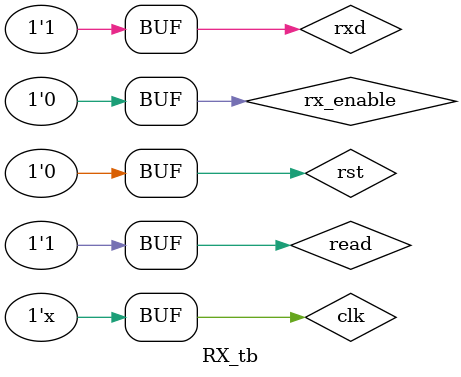
<source format=v>
module RX_tb ();
	reg clk;
    reg rx_enable;
    reg rst;
	reg read;
    wire rda;  
    wire [7:0] rx_out;
    reg rxd;
	
	RX RX0 (clk, rx_enable, rst, read, rda, rx_out, rxd); // Instantiate DUT
	
	initial begin
	clk = 0;
	rx_enable = 0;
	rst = 1;
	rxd = 1;
	read = 0;
	end
	
	always 
	#5 clk = ~clk;  // generate clk
	
	always begin  	// generate rx_enable every 40 clk cycles
	#390 rx_enable = 1;
	#10  rx_enable = 0;
	end
	
	initial begin  // send data in serially. Keep each bit for 40*16 clk cycles
	#22  rst = 0;
	#6400 rxd = 0; // start bit
	#6400 rxd = 0;
	#6400 rxd = 0;
	#6400 rxd = 1;
	#6400 rxd = 0;
	#6400 rxd = 0;
	#6400 rxd = 0;
	#6400 rxd = 1;
	#6400 rxd = 0;
	#6400 rxd = 1; // stop
	#6500 read = 1;
	
	end
	
	
	
	
	
endmodule

</source>
